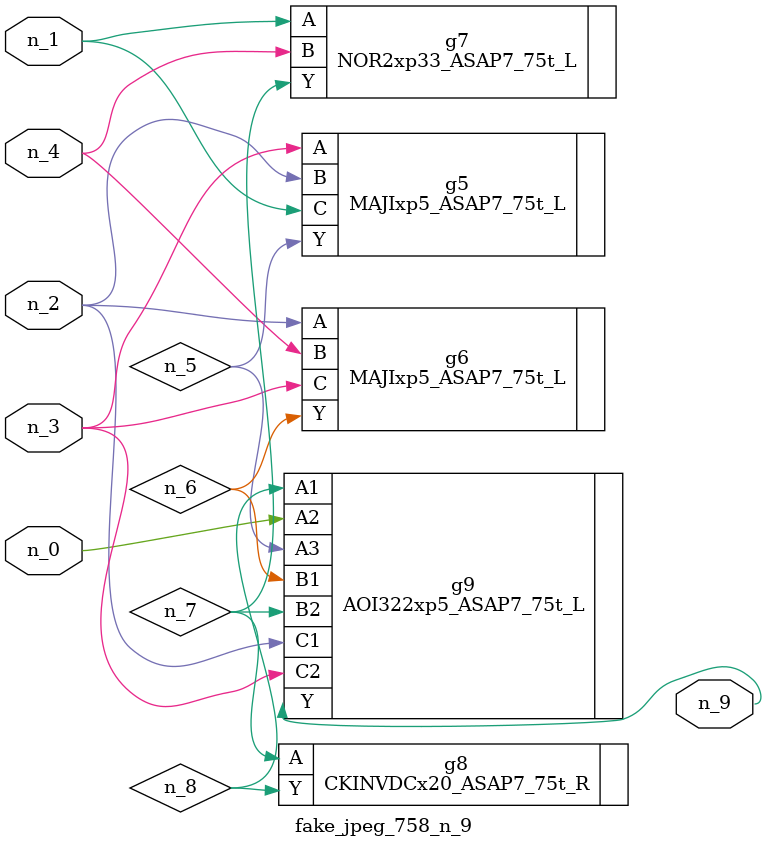
<source format=v>
module fake_jpeg_758_n_9 (n_3, n_2, n_1, n_0, n_4, n_9);

input n_3;
input n_2;
input n_1;
input n_0;
input n_4;

output n_9;

wire n_8;
wire n_6;
wire n_5;
wire n_7;

MAJIxp5_ASAP7_75t_L g5 ( 
.A(n_3),
.B(n_2),
.C(n_1),
.Y(n_5)
);

MAJIxp5_ASAP7_75t_L g6 ( 
.A(n_2),
.B(n_4),
.C(n_3),
.Y(n_6)
);

NOR2xp33_ASAP7_75t_L g7 ( 
.A(n_1),
.B(n_4),
.Y(n_7)
);

CKINVDCx20_ASAP7_75t_R g8 ( 
.A(n_7),
.Y(n_8)
);

AOI322xp5_ASAP7_75t_L g9 ( 
.A1(n_8),
.A2(n_0),
.A3(n_5),
.B1(n_6),
.B2(n_7),
.C1(n_2),
.C2(n_3),
.Y(n_9)
);


endmodule
</source>
